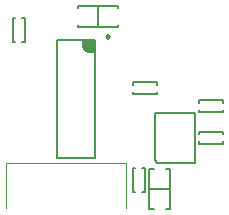
<source format=gbo>
%FSLAX25Y25*%
%MOIN*%
G70*
G01*
G75*
%ADD33C,0.00787*%
%ADD46C,0.00394*%
%ADD47C,0.00984*%
%ADD48C,0.00591*%
%ADD50C,0.00394*%
G36*
X310299Y249748D02*
X310299Y249748D01*
X307937D01*
X306362Y251323D01*
Y253685D01*
X310299D01*
Y249748D01*
D02*
G37*
D33*
X306362Y251716D02*
X306626Y250732D01*
X307347Y250012D01*
X308331Y249748D01*
X306362Y251716D02*
Y253685D01*
X308331Y249748D02*
X310299D01*
X297701Y214315D02*
X310299D01*
X297701Y253685D02*
X310299D01*
X297701Y214315D02*
Y253685D01*
X310299Y214315D02*
Y253685D01*
X330307Y216669D02*
Y229268D01*
X343693D01*
Y212732D02*
Y229268D01*
X331095Y212732D02*
X343693D01*
X330307Y213520D02*
X331095Y212732D01*
X330307Y213520D02*
Y216669D01*
D46*
X330110Y212339D02*
D03*
D47*
X315220Y254847D02*
X314482Y255273D01*
Y254420D01*
X315220Y254847D01*
D48*
X311500Y257957D02*
Y265043D01*
X304807Y257957D02*
Y258744D01*
Y257957D02*
X318193D01*
Y258744D01*
X304807Y264256D02*
Y265043D01*
X318193D01*
Y264256D02*
Y265043D01*
X323031Y203063D02*
X323819D01*
X323031D02*
Y210937D01*
X323819D01*
X326181D02*
X326969D01*
Y203063D02*
Y210937D01*
X326181Y203063D02*
X326969D01*
X328457Y210693D02*
X330031D01*
X328457Y197307D02*
Y210693D01*
Y197307D02*
X330031D01*
X333968D02*
X335543D01*
Y210693D01*
X333968D02*
X335543D01*
X328457Y204000D02*
X335543D01*
X352937Y229532D02*
Y230319D01*
X345063Y229532D02*
X352937D01*
X345063D02*
Y230319D01*
Y232681D02*
Y233469D01*
X352937D01*
Y232681D02*
Y233469D01*
Y219032D02*
Y219819D01*
X345063Y219032D02*
X352937D01*
X345063D02*
Y219819D01*
Y222181D02*
Y222969D01*
X352937D01*
Y222181D02*
Y222969D01*
X286181Y260937D02*
X286968D01*
Y253063D02*
Y260937D01*
X286181Y253063D02*
X286968D01*
X283032D02*
X283819D01*
X283032D02*
Y260937D01*
X283819D01*
X330937Y235531D02*
Y236319D01*
X323063Y235531D02*
X330937D01*
X323063D02*
Y236319D01*
Y238681D02*
Y239469D01*
X330937D01*
Y238681D02*
Y239469D01*
D50*
X280776Y197539D02*
Y212539D01*
X283276D01*
X320776D01*
Y197539D02*
Y212539D01*
M02*

</source>
